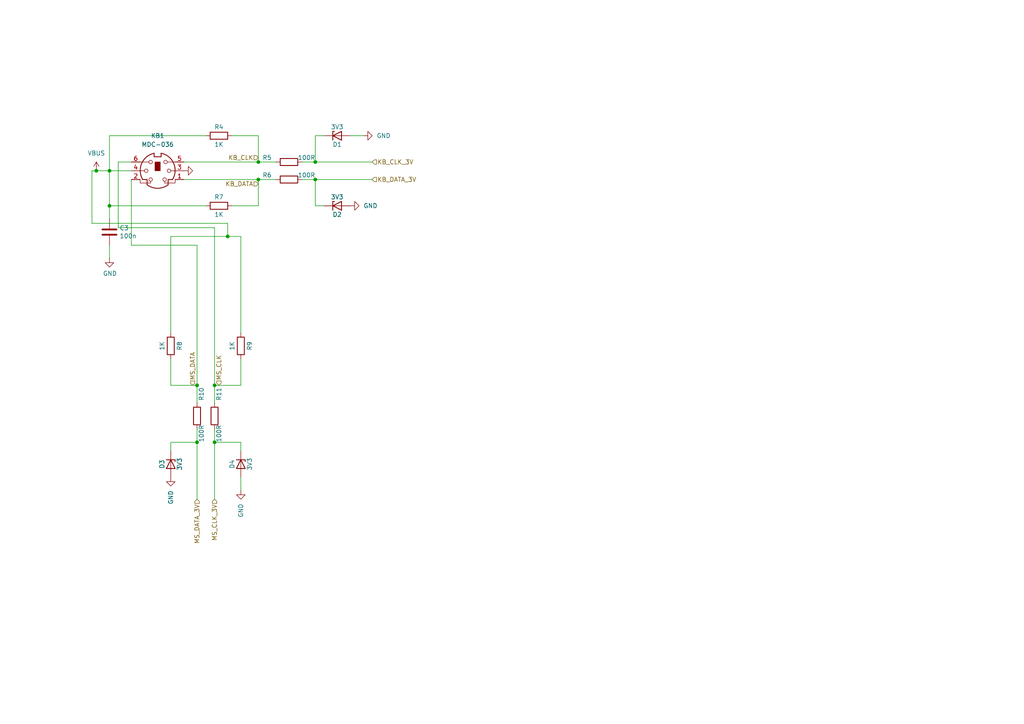
<source format=kicad_sch>
(kicad_sch (version 20250114) (generator "eeschema") (generator_version "9.0")
  (paper "A4")
  (title_block (title "FRANK M1") (date "2025-03-03") (rev "1.14") (company "Mikhail Matveev") (comment 1 "https://github.com/xtremespb/frank"))
  (lib_symbols
    (symbol "Connector:Mini-DIN-6" (pin_names (offset 1.016))
      (property "Reference" "J" (at 0 6.35 0))
      (property "Value" "Mini-DIN-6" (at 0 -6.35 0))
      (symbol "Mini-DIN-6_0_1"
        (polyline (pts (xy -4.318 -2.54) (xy -3.048 -2.54) (xy -3.048 -4.064)) (stroke (width 0.254)))
        (polyline (pts (xy -3.81 0) (xy -5.08 0)))
        (circle (center -3.302 0) (radius 0.508))
        (polyline (pts (xy -2.54 2.54) (xy -5.08 2.54)))
        (circle (center -2.032 2.54) (radius 0.508))
        (circle (center -2.032 -2.54) (radius 0.508))
        (polyline (pts (xy -2.032 -3.048) (xy -2.032 -3.556) (xy -5.08 -3.556) (xy -5.08 -2.54)))
        (polyline (pts (xy -1.016 5.08) (xy -1.016 4.064) (xy 1.016 4.064) (xy 1.016 5.08)) (stroke (width 0.254)))
        (rectangle (start -0.762 2.54) (end 0.762 0) (fill (type outline)))
        (arc (start 3.048 -4.064) (mid 0 -5.08) (end -3.048 -4.064) (stroke (width 0.254)))
        (arc (start 1.016 5.08) (mid 4.6646 2.1356) (end 4.318 -2.54) (stroke (width 0.254)))
        (arc (start -4.318 -2.54) (mid -4.6241 2.1181) (end -1.016 5.08) (stroke (width 0.254)))
        (circle (center 2.032 -2.54) (radius 0.508))
        (polyline (pts (xy 2.032 -3.048) (xy 2.032 -3.556) (xy 5.08 -3.556) (xy 5.08 -2.54)))
        (circle (center 2.286 2.54) (radius 0.508))
        (polyline (pts (xy 2.794 2.54) (xy 5.08 2.54)))
        (circle (center 3.302 0) (radius 0.508))
        (polyline (pts (xy 4.318 -2.54) (xy 3.048 -2.54) (xy 3.048 -4.064)) (stroke (width 0.254)))
        (polyline (pts (xy 5.08 0) (xy 3.81 0)))
      )
      (symbol "Mini-DIN-6_1_1"
        (pin passive line (at -7.62 2.54 0) (length 2.54) (name "~") (number "6"))
        (pin passive line (at -7.62 0 0) (length 2.54) (name "~") (number "4"))
        (pin passive line (at -7.62 -2.54 0) (length 2.54) (name "~") (number "2"))
        (pin passive line (at 7.62 2.54 180) (length 2.54) (name "~") (number "5"))
        (pin passive line (at 7.62 0 180) (length 2.54) (name "~") (number "3"))
        (pin passive line (at 7.62 -2.54 180) (length 2.54) (name "~") (number "1"))
      )
    )
    (symbol "Device:C" (pin_numbers (hide yes)) (pin_names (offset 0.254))
      (property "Reference" "C" (at 0.635 2.54 0))
      (property "Value" "C" (at 0.635 -2.54 0))
      (symbol "C_0_1"
        (polyline (pts (xy -2.032 0.762) (xy 2.032 0.762)) (stroke (width 0.508)))
        (polyline (pts (xy -2.032 -0.762) (xy 2.032 -0.762)) (stroke (width 0.508)))
      )
      (symbol "C_1_1"
        (pin passive line (at 0 3.81 270) (length 2.794) (name "~") (number "1"))
        (pin passive line (at 0 -3.81 90) (length 2.794) (name "~") (number "2"))
      )
    )
    (symbol "Device:D_Zener" (pin_numbers (hide yes)) (pin_names (offset 1.016) (hide yes))
      (property "Reference" "D" (at 0 2.54 0))
      (property "Value" "D_Zener" (at 0 -2.54 0))
      (symbol "D_Zener_0_1"
        (polyline (pts (xy -1.27 -1.27) (xy -1.27 1.27) (xy -0.762 1.27)) (stroke (width 0.254)))
        (polyline (pts (xy 1.27 0) (xy -1.27 0)))
        (polyline (pts (xy 1.27 -1.27) (xy 1.27 1.27) (xy -1.27 0) (xy 1.27 -1.27)) (stroke (width 0.254)))
      )
      (symbol "D_Zener_1_1"
        (pin passive line (at -3.81 0 0) (length 2.54) (name "K") (number "1"))
        (pin passive line (at 3.81 0 180) (length 2.54) (name "A") (number "2"))
      )
    )
    (symbol "Device:R" (pin_numbers (hide yes)) (pin_names (offset 0))
      (property "Reference" "R" (at 2.032 0 90))
      (property "Value" "R" (at 0 0 90))
      (symbol "R_0_1"
        (rectangle (start -1.016 -2.54) (end 1.016 2.54) (stroke (width 0.254)))
      )
      (symbol "R_1_1"
        (pin passive line (at 0 3.81 270) (length 1.27) (name "~") (number "1"))
        (pin passive line (at 0 -3.81 90) (length 1.27) (name "~") (number "2"))
      )
    )
    (symbol "GND_1" (power) (pin_numbers (hide yes)) (pin_names (offset 0) (hide yes))
      (property "Value" "GND" (at 0 -3.81 0))
      (symbol "GND_1_0_1"
        (polyline (pts (xy 0 0) (xy 0 -1.27) (xy 1.27 -1.27) (xy 0 -2.54) (xy -1.27 -1.27) (xy 0 -1.27)))
      )
      (symbol "GND_1_1_1"
        (pin power_in line (at 0 0 270) (length 0) (name "~") (number "1"))
      )
    )
    (symbol "GND_2" (power) (pin_numbers (hide yes)) (pin_names (offset 0) (hide yes))
      (property "Value" "GND" (at 0 -3.81 0))
      (symbol "GND_2_0_1"
        (polyline (pts (xy 0 0) (xy 0 -1.27) (xy 1.27 -1.27) (xy 0 -2.54) (xy -1.27 -1.27) (xy 0 -1.27)))
      )
      (symbol "GND_2_1_1"
        (pin power_in line (at 0 0 270) (length 0) (name "~") (number "1"))
      )
    )
    (symbol "GND_3" (power) (pin_numbers (hide yes)) (pin_names (offset 0) (hide yes))
      (property "Value" "GND" (at 0 -3.81 0))
      (symbol "GND_3_0_1"
        (polyline (pts (xy 0 0) (xy 0 -1.27) (xy 1.27 -1.27) (xy 0 -2.54) (xy -1.27 -1.27) (xy 0 -1.27)))
      )
      (symbol "GND_3_1_1"
        (pin power_in line (at 0 0 270) (length 0) (name "~") (number "1"))
      )
    )
    (symbol "GND_4" (power) (pin_numbers (hide yes)) (pin_names (offset 0) (hide yes))
      (property "Value" "GND" (at 0 -3.81 0))
      (symbol "GND_4_0_1"
        (polyline (pts (xy 0 0) (xy 0 -1.27) (xy 1.27 -1.27) (xy 0 -2.54) (xy -1.27 -1.27) (xy 0 -1.27)))
      )
      (symbol "GND_4_1_1"
        (pin power_in line (at 0 0 270) (length 0) (name "~") (number "1"))
      )
    )
    (symbol "GND_6" (power) (pin_numbers (hide yes)) (pin_names (offset 0) (hide yes))
      (property "Value" "GND" (at 0 -3.81 0))
      (symbol "GND_6_0_1"
        (polyline (pts (xy 0 0) (xy 0 -1.27) (xy 1.27 -1.27) (xy 0 -2.54) (xy -1.27 -1.27) (xy 0 -1.27)))
      )
      (symbol "GND_6_1_1"
        (pin power_in line (at 0 0 270) (length 0) (name "~") (number "1"))
      )
    )
    (symbol "power:GND" (power) (pin_numbers (hide yes)) (pin_names (offset 0) (hide yes))
      (property "Value" "GND" (at 0 -3.81 0))
      (symbol "GND_0_1"
        (polyline (pts (xy 0 0) (xy 0 -1.27) (xy 1.27 -1.27) (xy 0 -2.54) (xy -1.27 -1.27) (xy 0 -1.27)))
      )
      (symbol "GND_1_1"
        (pin power_in line (at 0 0 270) (length 0) (name "~") (number "1"))
      )
    )
    (symbol "power:VBUS" (power) (pin_numbers (hide yes)) (pin_names (offset 0) (hide yes))
      (property "Value" "VBUS" (at 0 3.556 0))
      (symbol "VBUS_0_1"
        (polyline (pts (xy -0.762 1.27) (xy 0 2.54)))
        (polyline (pts (xy 0 2.54) (xy 0.762 1.27)))
        (polyline (pts (xy 0 0) (xy 0 2.54)))
      )
      (symbol "VBUS_1_1"
        (pin power_in line (at 0 0 90) (length 0) (name "~") (number "1"))
      )
    )
  )
  (junction (at 91.44 52.07))
  (junction (at 57.15 128.27))
  (junction (at 66.04 68.58))
  (junction (at 57.15 111.76))
  (junction (at 74.93 46.99))
  (junction (at 31.75 49.53))
  (junction (at 91.44 46.99))
  (junction (at 62.23 128.27))
  (junction (at 31.75 59.69))
  (junction (at 62.23 111.76))
  (junction (at 74.93 52.07))
  (junction (at 27.94 49.53))
  (wire (pts (xy 57.15 128.27) (xy 57.15 144.78)))
  (wire (pts (xy 69.85 111.76) (xy 62.23 111.76)))
  (wire (pts (xy 69.85 128.27) (xy 62.23 128.27)))
  (wire (pts (xy 74.93 52.07) (xy 80.01 52.07)))
  (wire (pts (xy 74.93 46.99) (xy 80.01 46.99)))
  (wire (pts (xy 59.69 59.69) (xy 31.75 59.69)))
  (wire (pts (xy 49.53 96.52) (xy 49.53 68.58)))
  (wire (pts (xy 49.53 104.14) (xy 49.53 111.76)))
  (wire (pts (xy 27.94 49.53) (xy 26.67 49.53)))
  (wire (pts (xy 31.75 59.69) (xy 31.75 63.5)))
  (wire (pts (xy 31.75 39.37) (xy 31.75 49.53)))
  (wire (pts (xy 62.23 128.27) (xy 62.23 124.46)))
  (wire (pts (xy 62.23 128.27) (xy 62.23 144.78)))
  (wire (pts (xy 38.1 52.07) (xy 38.1 71.12)))
  (wire (pts (xy 101.6 39.37) (xy 105.41 39.37)))
  (wire (pts (xy 69.85 130.81) (xy 69.85 128.27)))
  (wire (pts (xy 91.44 52.07) (xy 87.63 52.07)))
  (wire (pts (xy 91.44 59.69) (xy 91.44 52.07)))
  (wire (pts (xy 69.85 104.14) (xy 69.85 111.76)))
  (wire (pts (xy 91.44 52.07) (xy 107.95 52.07)))
  (wire (pts (xy 31.75 59.69) (xy 31.75 49.53)))
  (wire (pts (xy 59.69 39.37) (xy 31.75 39.37)))
  (wire (pts (xy 38.1 46.99) (xy 34.29 46.99)))
  (wire (pts (xy 66.04 64.77) (xy 66.04 68.58)))
  (wire (pts (xy 66.04 68.58) (xy 69.85 68.58)))
  (wire (pts (xy 49.53 128.27) (xy 57.15 128.27)))
  (wire (pts (xy 93.98 59.69) (xy 91.44 59.69)))
  (wire (pts (xy 57.15 111.76) (xy 49.53 111.76)))
  (wire (pts (xy 93.98 39.37) (xy 91.44 39.37)))
  (wire (pts (xy 53.34 52.07) (xy 74.93 52.07)))
  (wire (pts (xy 34.29 46.99) (xy 34.29 66.04)))
  (wire (pts (xy 91.44 46.99) (xy 107.95 46.99)))
  (wire (pts (xy 38.1 71.12) (xy 57.15 71.12)))
  (wire (pts (xy 91.44 39.37) (xy 91.44 46.99)))
  (wire (pts (xy 31.75 49.53) (xy 38.1 49.53)))
  (wire (pts (xy 31.75 49.53) (xy 27.94 49.53)))
  (wire (pts (xy 67.31 59.69) (xy 74.93 59.69)))
  (wire (pts (xy 74.93 39.37) (xy 74.93 46.99)))
  (wire (pts (xy 26.67 64.77) (xy 66.04 64.77)))
  (wire (pts (xy 62.23 111.76) (xy 62.23 116.84)))
  (wire (pts (xy 49.53 130.81) (xy 49.53 128.27)))
  (wire (pts (xy 57.15 71.12) (xy 57.15 111.76)))
  (wire (pts (xy 57.15 128.27) (xy 57.15 124.46)))
  (wire (pts (xy 34.29 66.04) (xy 62.23 66.04)))
  (wire (pts (xy 26.67 49.53) (xy 26.67 64.77)))
  (wire (pts (xy 53.34 46.99) (xy 74.93 46.99)))
  (wire (pts (xy 69.85 96.52) (xy 69.85 68.58)))
  (wire (pts (xy 67.31 39.37) (xy 74.93 39.37)))
  (wire (pts (xy 31.75 71.12) (xy 31.75 74.93)))
  (wire (pts (xy 49.53 68.58) (xy 66.04 68.58)))
  (wire (pts (xy 74.93 52.07) (xy 74.93 59.69)))
  (wire (pts (xy 62.23 66.04) (xy 62.23 111.76)))
  (wire (pts (xy 57.15 111.76) (xy 57.15 116.84)))
  (wire (pts (xy 91.44 46.99) (xy 87.63 46.99)))
  (wire (pts (xy 69.85 138.43) (xy 69.85 142.24)))
  (hierarchical_label "MS_CLK_3V" (shape input) (at 62.23 144.78 270))
  (hierarchical_label "MS_CLK" (shape input) (at 63.5 111.76 90))
  (hierarchical_label "KB_CLK" (shape input) (at 74.93 45.72 180))
  (hierarchical_label "KB_DATA_3V" (shape input) (at 107.95 52.07 0))
  (hierarchical_label "MS_DATA_3V" (shape input) (at 57.15 144.78 270))
  (hierarchical_label "MS_DATA" (shape input) (at 55.88 111.76 90))
  (hierarchical_label "KB_CLK_3V" (shape input) (at 107.95 46.99 0))
  (hierarchical_label "KB_DATA" (shape input) (at 74.93 53.34 180))
  (symbol (lib_name "GND_6") (lib_id "power:GND") (at 101.6 59.69 90) (unit 1)
    (property "Reference" "#PWR020" (effects (hide yes)))
    (property "Value" "GND" (at 105.41 59.6899 90) (effects (justify right)))
    (property "Description" "Power symbol creates a global label with name \"GND\" , ground" (effects (hide yes)))
  )
  (symbol (lib_id "Device:D_Zener") (at 97.79 59.69 0) (unit 1)
    (property "Reference" "D2" (at 97.79 62.23 0))
    (property "Value" "3V3" (at 97.79 57.15 0))
    (property "Footprint" "FRANK:Diode (SOD-323)" (effects (hide yes)))
    (property "Datasheet" "https://www.vishay.com/docs/83335/bzx384g.pdf" (effects (hide yes)))
    (property "AliExpress" "https://www.aliexpress.com/item/1005006143480992.html" (effects (hide yes)))
  )
  (symbol (lib_name "GND_3") (lib_id "power:GND") (at 31.75 74.93 0) (unit 1)
    (property "Reference" "#PWR021" (effects (hide yes)))
    (property "Value" "GND" (at 31.877 79.3242 0))
    (property "Description" "Power symbol creates a global label with name \"GND\" , ground" (effects (hide yes)))
  )
  (symbol (lib_id "Device:R") (at 49.53 100.33 0) (unit 1)
    (property "Reference" "R8" (at 52.07 100.33 90))
    (property "Value" "1K" (at 46.99 100.33 90))
    (property "Footprint" "FRANK:Resistor (0805)" (effects (hide yes)))
    (property "Datasheet" "https://www.vishay.com/docs/28952/mcs0402at-mct0603at-mcu0805at-mca1206at.pdf" (effects (hide yes)))
    (property "AliExpress" "https://www.aliexpress.com/item/1005005945735199.html" (effects (hide yes)))
  )
  (symbol (lib_name "GND_1") (lib_id "power:GND") (at 69.85 142.24 0) (unit 1)
    (property "Reference" "#PWR023" (effects (hide yes)))
    (property "Value" "GND" (at 69.8501 146.05 90) (effects (justify right)))
    (property "Description" "Power symbol creates a global label with name \"GND\" , ground" (effects (hide yes)))
  )
  (symbol (lib_id "Device:R") (at 83.82 52.07 90) (unit 1)
    (property "Reference" "R6" (at 77.47 50.8 90))
    (property "Value" "100R" (at 88.9 50.8 90))
    (property "Footprint" "FRANK:Resistor (0805)" (effects (hide yes)))
    (property "Datasheet" "https://www.vishay.com/docs/28952/mcs0402at-mct0603at-mcu0805at-mca1206at.pdf" (effects (hide yes)))
    (property "AliExpress" "https://www.aliexpress.com/item/1005005945735199.html" (effects (hide yes)))
  )
  (symbol (lib_id "Device:R") (at 69.85 100.33 0) (unit 1)
    (property "Reference" "R9" (at 72.39 100.33 90))
    (property "Value" "1K" (at 67.31 100.33 90))
    (property "Footprint" "FRANK:Resistor (0805)" (effects (hide yes)))
    (property "Datasheet" "https://www.vishay.com/docs/28952/mcs0402at-mct0603at-mcu0805at-mca1206at.pdf" (effects (hide yes)))
    (property "AliExpress" "https://www.aliexpress.com/item/1005005945735199.html" (effects (hide yes)))
  )
  (symbol (lib_id "Device:R") (at 83.82 46.99 90) (unit 1)
    (property "Reference" "R5" (at 77.47 45.72 90))
    (property "Value" "100R" (at 88.9 45.72 90))
    (property "Footprint" "FRANK:Resistor (0805)" (effects (hide yes)))
    (property "Datasheet" "https://www.vishay.com/docs/28952/mcs0402at-mct0603at-mcu0805at-mca1206at.pdf" (effects (hide yes)))
    (property "AliExpress" "https://www.aliexpress.com/item/1005005945735199.html" (effects (hide yes)))
  )
  (symbol (lib_id "Device:R") (at 57.15 120.65 0) (unit 1)
    (property "Reference" "R10" (at 58.42 114.3 90))
    (property "Value" "100R" (at 58.42 125.73 90))
    (property "Footprint" "FRANK:Resistor (0805)" (effects (hide yes)))
    (property "Datasheet" "https://www.vishay.com/docs/28952/mcs0402at-mct0603at-mcu0805at-mca1206at.pdf" (effects (hide yes)))
    (property "AliExpress" "https://www.aliexpress.com/item/1005005945735199.html" (effects (hide yes)))
  )
  (symbol (lib_name "GND_4") (lib_id "power:GND") (at 105.41 39.37 90) (unit 1)
    (property "Reference" "#PWR017" (effects (hide yes)))
    (property "Value" "GND" (at 109.22 39.3699 90) (effects (justify right)))
    (property "Description" "Power symbol creates a global label with name \"GND\" , ground" (effects (hide yes)))
  )
  (symbol (lib_id "Device:D_Zener") (at 49.53 134.62 270) (unit 1)
    (property "Reference" "D3" (at 46.99 134.62 0))
    (property "Value" "3V3" (at 52.07 134.62 0))
    (property "Footprint" "FRANK:Diode (SOD-323)" (effects (hide yes)))
    (property "Datasheet" "https://www.vishay.com/docs/83335/bzx384g.pdf" (effects (hide yes)))
    (property "AliExpress" "https://www.aliexpress.com/item/1005006143480992.html" (effects (hide yes)))
  )
  (symbol (lib_id "power:VBUS") (at 27.94 49.53 0) (unit 1)
    (property "Reference" "#PWR018" (effects (hide yes)))
    (property "Value" "VBUS" (at 27.94 44.45 0))
    (property "Description" "Power symbol creates a global label with name \"VBUS\"" (effects (hide yes)))
  )
  (symbol (lib_id "Device:R") (at 63.5 59.69 90) (unit 1)
    (property "Reference" "R7" (at 63.5 57.15 90))
    (property "Value" "1K" (at 63.5 62.23 90))
    (property "Footprint" "FRANK:Resistor (0805)" (effects (hide yes)))
    (property "Datasheet" "https://www.vishay.com/docs/28952/mcs0402at-mct0603at-mcu0805at-mca1206at.pdf" (effects (hide yes)))
    (property "AliExpress" "https://www.aliexpress.com/item/1005005945735199.html" (effects (hide yes)))
  )
  (symbol (lib_id "Device:R") (at 63.5 39.37 90) (unit 1)
    (property "Reference" "R4" (at 63.5 36.83 90))
    (property "Value" "1K" (at 63.5 41.91 90))
    (property "Footprint" "FRANK:Resistor (0805)" (effects (hide yes)))
    (property "Datasheet" "https://www.vishay.com/docs/28952/mcs0402at-mct0603at-mcu0805at-mca1206at.pdf" (effects (hide yes)))
    (property "AliExpress" "https://www.aliexpress.com/item/1005005945735199.html" (effects (hide yes)))
  )
  (symbol (lib_id "Connector:Mini-DIN-6") (at 45.72 49.53 0) (unit 1)
    (property "Reference" "KB1" (at 45.7377 39.37 0))
    (property "Value" "MDC-036" (at 45.7377 41.91 0))
    (property "Footprint" "FRANK:MiniDIN (6 Pin, female)" (effects (hide yes)))
    (property "Datasheet" "http://service.powerdynamics.com/ec/Catalog17/Section%2011.pdf" (effects (hide yes)))
    (property "Description" "6-pin Mini-DIN connector" (effects (hide yes)))
    (property "AliExpress" "https://www.aliexpress.com/item/4000106131593.html" (effects (hide yes)))
  )
  (symbol (lib_id "power:GND") (at 53.34 49.53 90) (unit 1)
    (property "Reference" "#PWR019" (effects (hide yes)))
    (property "Value" "GND" (effects (hide yes)))
    (property "Description" "Power symbol creates a global label with name \"GND\" , ground" (effects (hide yes)))
  )
  (symbol (lib_name "GND_2") (lib_id "power:GND") (at 49.53 138.43 0) (unit 1)
    (property "Reference" "#PWR022" (effects (hide yes)))
    (property "Value" "GND" (at 49.5301 142.24 90) (effects (justify right)))
    (property "Description" "Power symbol creates a global label with name \"GND\" , ground" (effects (hide yes)))
  )
  (symbol (lib_id "Device:D_Zener") (at 97.79 39.37 0) (unit 1)
    (property "Reference" "D1" (at 97.79 41.91 0))
    (property "Value" "3V3" (at 97.79 36.83 0))
    (property "Footprint" "FRANK:Diode (SOD-323)" (effects (hide yes)))
    (property "Datasheet" "https://www.vishay.com/docs/83335/bzx384g.pdf" (effects (hide yes)))
    (property "AliExpress" "https://www.aliexpress.com/item/1005006143480992.html" (effects (hide yes)))
  )
  (symbol (lib_id "Device:R") (at 62.23 120.65 0) (unit 1)
    (property "Reference" "R11" (at 63.5 114.3 90))
    (property "Value" "100R" (at 63.5 125.73 90))
    (property "Footprint" "FRANK:Resistor (0805)" (effects (hide yes)))
    (property "Datasheet" "https://www.vishay.com/docs/28952/mcs0402at-mct0603at-mcu0805at-mca1206at.pdf" (effects (hide yes)))
    (property "AliExpress" "https://www.aliexpress.com/item/1005005945735199.html" (effects (hide yes)))
  )
  (symbol (lib_id "Device:D_Zener") (at 69.85 134.62 270) (unit 1)
    (property "Reference" "D4" (at 67.31 134.62 0))
    (property "Value" "3V3" (at 72.39 134.62 0))
    (property "Footprint" "FRANK:Diode (SOD-323)" (effects (hide yes)))
    (property "Datasheet" "https://www.vishay.com/docs/83335/bzx384g.pdf" (effects (hide yes)))
    (property "AliExpress" "https://www.aliexpress.com/item/1005006143480992.html" (effects (hide yes)))
  )
  (symbol (lib_id "Device:C") (at 31.75 67.31 0) (unit 1)
    (property "Reference" "C3" (at 34.671 66.1416 0) (effects (justify left)))
    (property "Value" "100n" (at 34.671 68.453 0) (effects (justify left)))
    (property "Footprint" "FRANK:Capacitor (0805)" (effects (hide yes)))
    (property "Datasheet" "https://eu.mouser.com/datasheet/2/40/KGM_X7R-3223212.pdf" (effects (hide yes)))
    (property "AliExpress" "https://www.aliexpress.com/item/33008008276.html" (effects (hide yes)))
  )
)
</source>
